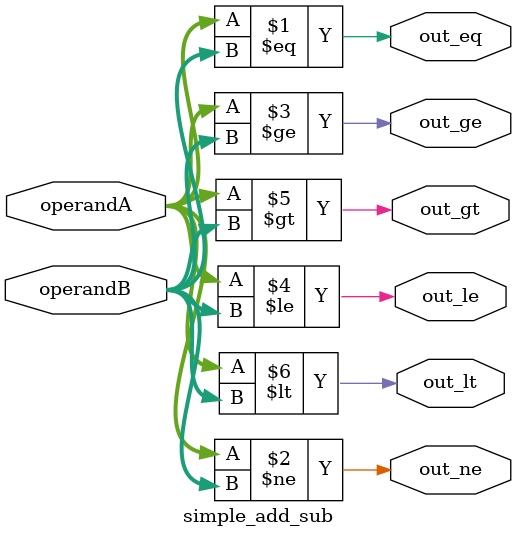
<source format=sv>
module simple_add_sub(
  input  [7:0] operandA, operandB,
  output       out_eq, out_ne, out_gt, out_lt, out_ge, out_le
);
  assign out_eq = operandA == operandB;
  assign out_ne = operandA != operandB;
  assign out_ge = operandA >= operandB;
  assign out_le = operandA <= operandB;
  assign out_gt = operandA > operandB;
  assign out_lt = operandA < operandB;
endmodule

</source>
